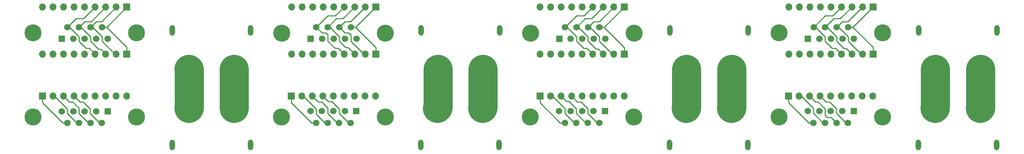
<source format=gbr>
%TF.GenerationSoftware,KiCad,Pcbnew,6.0.2+dfsg-1*%
%TF.CreationDate,2024-03-03T02:30:21+01:00*%
%TF.ProjectId,RACK_CONNECTOR_V2,5241434b-5f43-44f4-9e4e-4543544f525f,rev?*%
%TF.SameCoordinates,Original*%
%TF.FileFunction,Copper,L2,Bot*%
%TF.FilePolarity,Positive*%
%FSLAX46Y46*%
G04 Gerber Fmt 4.6, Leading zero omitted, Abs format (unit mm)*
G04 Created by KiCad (PCBNEW 6.0.2+dfsg-1) date 2024-03-03 02:30:21*
%MOMM*%
%LPD*%
G01*
G04 APERTURE LIST*
%TA.AperFunction,ComponentPad*%
%ADD10R,1.700000X1.700000*%
%TD*%
%TA.AperFunction,ComponentPad*%
%ADD11O,1.700000X1.700000*%
%TD*%
%TA.AperFunction,ComponentPad*%
%ADD12C,4.916000*%
%TD*%
%TA.AperFunction,ComponentPad*%
%ADD13R,4.916000X4.916000*%
%TD*%
%TA.AperFunction,ComponentPad*%
%ADD14O,1.300000X2.600000*%
%TD*%
%TA.AperFunction,ComponentPad*%
%ADD15R,1.575000X1.575000*%
%TD*%
%TA.AperFunction,ComponentPad*%
%ADD16C,1.575000*%
%TD*%
%TA.AperFunction,ComponentPad*%
%ADD17C,4.116000*%
%TD*%
%TA.AperFunction,Conductor*%
%ADD18C,7.000000*%
%TD*%
%TA.AperFunction,Conductor*%
%ADD19C,0.250000*%
%TD*%
G04 APERTURE END LIST*
D10*
%TO.P,J28,1,Pin_1*%
%TO.N,Net-(J12-Pad1)*%
X57460000Y-83150000D03*
D11*
%TO.P,J28,2,Pin_2*%
%TO.N,Net-(J12-Pad2)*%
X54920000Y-83150000D03*
%TO.P,J28,3,Pin_3*%
%TO.N,Net-(J12-Pad3)*%
X52380000Y-83150000D03*
%TO.P,J28,4,Pin_4*%
%TO.N,Net-(J12-Pad4)*%
X49840000Y-83150000D03*
%TO.P,J28,5,Pin_5*%
%TO.N,Net-(J12-Pad5)*%
X47300000Y-83150000D03*
%TO.P,J28,6,Pin_6*%
%TO.N,Net-(J12-Pad6)*%
X44760000Y-83150000D03*
%TO.P,J28,7,Pin_7*%
%TO.N,Net-(J12-Pad7)*%
X42220000Y-83150000D03*
%TO.P,J28,8,Pin_8*%
%TO.N,Net-(J12-Pad8)*%
X39680000Y-83150000D03*
%TO.P,J28,9,Pin_9*%
%TO.N,Net-(J12-Pad9)*%
X37140000Y-83150000D03*
%TD*%
%TO.P,J27,9,Pin_9*%
%TO.N,Net-(J11-Pad9)*%
X217170000Y-83140000D03*
%TO.P,J27,8,Pin_8*%
%TO.N,Net-(J11-Pad8)*%
X219710000Y-83140000D03*
%TO.P,J27,7,Pin_7*%
%TO.N,Net-(J11-Pad7)*%
X222250000Y-83140000D03*
%TO.P,J27,6,Pin_6*%
%TO.N,Net-(J11-Pad6)*%
X224790000Y-83140000D03*
%TO.P,J27,5,Pin_5*%
%TO.N,Net-(J11-Pad5)*%
X227330000Y-83140000D03*
%TO.P,J27,4,Pin_4*%
%TO.N,Net-(J11-Pad4)*%
X229870000Y-83140000D03*
%TO.P,J27,3,Pin_3*%
%TO.N,Net-(J11-Pad3)*%
X232410000Y-83140000D03*
%TO.P,J27,2,Pin_2*%
%TO.N,Net-(J11-Pad2)*%
X234950000Y-83140000D03*
D10*
%TO.P,J27,1,Pin_1*%
%TO.N,Net-(J11-Pad1)*%
X237490000Y-83140000D03*
%TD*%
%TO.P,J26,1,Pin_1*%
%TO.N,Net-(J10-Pad1)*%
X117500000Y-83150000D03*
D11*
%TO.P,J26,2,Pin_2*%
%TO.N,Net-(J10-Pad2)*%
X114960000Y-83150000D03*
%TO.P,J26,3,Pin_3*%
%TO.N,Net-(J10-Pad3)*%
X112420000Y-83150000D03*
%TO.P,J26,4,Pin_4*%
%TO.N,Net-(J10-Pad4)*%
X109880000Y-83150000D03*
%TO.P,J26,5,Pin_5*%
%TO.N,Net-(J10-Pad5)*%
X107340000Y-83150000D03*
%TO.P,J26,6,Pin_6*%
%TO.N,Net-(J10-Pad6)*%
X104800000Y-83150000D03*
%TO.P,J26,7,Pin_7*%
%TO.N,Net-(J10-Pad7)*%
X102260000Y-83150000D03*
%TO.P,J26,8,Pin_8*%
%TO.N,Net-(J10-Pad8)*%
X99720000Y-83150000D03*
%TO.P,J26,9,Pin_9*%
%TO.N,Net-(J10-Pad9)*%
X97180000Y-83150000D03*
%TD*%
D10*
%TO.P,J25,1,Pin_1*%
%TO.N,Net-(J13-Pad9)*%
X177500000Y-83150000D03*
D11*
%TO.P,J25,2,Pin_2*%
%TO.N,Net-(J13-Pad8)*%
X174960000Y-83150000D03*
%TO.P,J25,3,Pin_3*%
%TO.N,Net-(J13-Pad7)*%
X172420000Y-83150000D03*
%TO.P,J25,4,Pin_4*%
%TO.N,Net-(J13-Pad6)*%
X169880000Y-83150000D03*
%TO.P,J25,5,Pin_5*%
%TO.N,Net-(J13-Pad5)*%
X167340000Y-83150000D03*
%TO.P,J25,6,Pin_6*%
%TO.N,Net-(J13-Pad4)*%
X164800000Y-83150000D03*
%TO.P,J25,7,Pin_7*%
%TO.N,Net-(J13-Pad3)*%
X162260000Y-83150000D03*
%TO.P,J25,8,Pin_8*%
%TO.N,Net-(J13-Pad2)*%
X159720000Y-83150000D03*
%TO.P,J25,9,Pin_9*%
%TO.N,Net-(J13-Pad1)*%
X157180000Y-83150000D03*
%TD*%
D12*
%TO.P,J24,N,NEG*%
%TO.N,Net-(J20-PadN)*%
X72450000Y-98200000D03*
D13*
%TO.P,J24,P,POS*%
%TO.N,Net-(J20-PadP)*%
X83350000Y-98200000D03*
D14*
%TO.P,J24,S1*%
%TO.N,N/C*%
X87350000Y-88800000D03*
%TO.P,J24,S2*%
X68450000Y-88800000D03*
%TD*%
%TO.P,J23,S2*%
%TO.N,N/C*%
X128490000Y-88820000D03*
%TO.P,J23,S1*%
X147390000Y-88820000D03*
D13*
%TO.P,J23,P,POS*%
%TO.N,Net-(J19-PadP)*%
X143390000Y-98220000D03*
D12*
%TO.P,J23,N,NEG*%
%TO.N,Net-(J19-PadN)*%
X132490000Y-98220000D03*
%TD*%
D14*
%TO.P,J22,S2*%
%TO.N,N/C*%
X188480000Y-88830000D03*
%TO.P,J22,S1*%
X207380000Y-88830000D03*
D13*
%TO.P,J22,P,POS*%
%TO.N,Net-(J18-PadP)*%
X203380000Y-98230000D03*
D12*
%TO.P,J22,N,NEG*%
%TO.N,Net-(J18-PadN)*%
X192480000Y-98230000D03*
%TD*%
D14*
%TO.P,J21,S2*%
%TO.N,N/C*%
X248500000Y-88820000D03*
%TO.P,J21,S1*%
X267400000Y-88820000D03*
D13*
%TO.P,J21,P,POS*%
%TO.N,Net-(J17-PadP)*%
X263400000Y-98220000D03*
D12*
%TO.P,J21,N,NEG*%
%TO.N,Net-(J17-PadN)*%
X252500000Y-98220000D03*
%TD*%
D14*
%TO.P,J20,S2*%
%TO.N,N/C*%
X68400000Y-116580000D03*
%TO.P,J20,S1*%
X87300000Y-116580000D03*
D13*
%TO.P,J20,P,POS*%
%TO.N,Net-(J20-PadP)*%
X83300000Y-107680000D03*
D12*
%TO.P,J20,N,NEG*%
%TO.N,Net-(J20-PadN)*%
X72400000Y-107680000D03*
%TD*%
D14*
%TO.P,J19,S2*%
%TO.N,N/C*%
X128370000Y-116580000D03*
%TO.P,J19,S1*%
X147270000Y-116580000D03*
D13*
%TO.P,J19,P,POS*%
%TO.N,Net-(J19-PadP)*%
X143270000Y-107680000D03*
D12*
%TO.P,J19,N,NEG*%
%TO.N,Net-(J19-PadN)*%
X132370000Y-107680000D03*
%TD*%
D14*
%TO.P,J18,S2*%
%TO.N,N/C*%
X188410000Y-116590000D03*
%TO.P,J18,S1*%
X207310000Y-116590000D03*
D13*
%TO.P,J18,P,POS*%
%TO.N,Net-(J18-PadP)*%
X203310000Y-107690000D03*
D12*
%TO.P,J18,N,NEG*%
%TO.N,Net-(J18-PadN)*%
X192410000Y-107690000D03*
%TD*%
D14*
%TO.P,J17,S2*%
%TO.N,N/C*%
X248410000Y-116580000D03*
%TO.P,J17,S1*%
X267310000Y-116580000D03*
D13*
%TO.P,J17,P,POS*%
%TO.N,Net-(J17-PadP)*%
X263310000Y-107680000D03*
D12*
%TO.P,J17,N,NEG*%
%TO.N,Net-(J17-PadN)*%
X252410000Y-107680000D03*
%TD*%
D15*
%TO.P,J16,1,1*%
%TO.N,Net-(J12-Pad9)*%
X41765000Y-90860000D03*
D16*
%TO.P,J16,2,2*%
%TO.N,Net-(J12-Pad8)*%
X44535000Y-90860000D03*
%TO.P,J16,3,3*%
%TO.N,Net-(J12-Pad7)*%
X47305000Y-90860000D03*
%TO.P,J16,4,4*%
%TO.N,Net-(J12-Pad6)*%
X50075000Y-90860000D03*
%TO.P,J16,5,5*%
%TO.N,Net-(J12-Pad5)*%
X52845000Y-90860000D03*
%TO.P,J16,6,6*%
%TO.N,Net-(J12-Pad4)*%
X43150000Y-88020000D03*
%TO.P,J16,7,7*%
%TO.N,Net-(J12-Pad3)*%
X45920000Y-88020000D03*
%TO.P,J16,8,8*%
%TO.N,Net-(J12-Pad2)*%
X48690000Y-88020000D03*
%TO.P,J16,9,9*%
%TO.N,Net-(J12-Pad1)*%
X51460000Y-88020000D03*
D17*
%TO.P,J16,S1*%
%TO.N,N/C*%
X59800000Y-89440000D03*
%TO.P,J16,S2*%
X34810000Y-89440000D03*
%TD*%
%TO.P,J15,S2*%
%TO.N,N/C*%
X214845000Y-89440000D03*
%TO.P,J15,S1*%
X239835000Y-89440000D03*
D16*
%TO.P,J15,9,9*%
%TO.N,Net-(J11-Pad1)*%
X231495000Y-88020000D03*
%TO.P,J15,8,8*%
%TO.N,Net-(J11-Pad2)*%
X228725000Y-88020000D03*
%TO.P,J15,7,7*%
%TO.N,Net-(J11-Pad3)*%
X225955000Y-88020000D03*
%TO.P,J15,6,6*%
%TO.N,Net-(J11-Pad4)*%
X223185000Y-88020000D03*
%TO.P,J15,5,5*%
%TO.N,Net-(J11-Pad5)*%
X232880000Y-90860000D03*
%TO.P,J15,4,4*%
%TO.N,Net-(J11-Pad6)*%
X230110000Y-90860000D03*
%TO.P,J15,3,3*%
%TO.N,Net-(J11-Pad7)*%
X227340000Y-90860000D03*
%TO.P,J15,2,2*%
%TO.N,Net-(J11-Pad8)*%
X224570000Y-90860000D03*
D15*
%TO.P,J15,1,1*%
%TO.N,Net-(J11-Pad9)*%
X221800000Y-90860000D03*
%TD*%
D17*
%TO.P,J14,S2*%
%TO.N,N/C*%
X94845000Y-89450000D03*
%TO.P,J14,S1*%
X119835000Y-89450000D03*
D16*
%TO.P,J14,9,9*%
%TO.N,Net-(J10-Pad1)*%
X111495000Y-88030000D03*
%TO.P,J14,8,8*%
%TO.N,Net-(J10-Pad2)*%
X108725000Y-88030000D03*
%TO.P,J14,7,7*%
%TO.N,Net-(J10-Pad3)*%
X105955000Y-88030000D03*
%TO.P,J14,6,6*%
%TO.N,Net-(J10-Pad4)*%
X103185000Y-88030000D03*
%TO.P,J14,5,5*%
%TO.N,Net-(J10-Pad5)*%
X112880000Y-90870000D03*
%TO.P,J14,4,4*%
%TO.N,Net-(J10-Pad6)*%
X110110000Y-90870000D03*
%TO.P,J14,3,3*%
%TO.N,Net-(J10-Pad7)*%
X107340000Y-90870000D03*
%TO.P,J14,2,2*%
%TO.N,Net-(J10-Pad8)*%
X104570000Y-90870000D03*
D15*
%TO.P,J14,1,1*%
%TO.N,Net-(J10-Pad9)*%
X101800000Y-90870000D03*
%TD*%
D17*
%TO.P,J13,S2*%
%TO.N,N/C*%
X154845000Y-89450000D03*
%TO.P,J13,S1*%
X179835000Y-89450000D03*
D16*
%TO.P,J13,9,9*%
%TO.N,Net-(J13-Pad9)*%
X171495000Y-88030000D03*
%TO.P,J13,8,8*%
%TO.N,Net-(J13-Pad8)*%
X168725000Y-88030000D03*
%TO.P,J13,7,7*%
%TO.N,Net-(J13-Pad7)*%
X165955000Y-88030000D03*
%TO.P,J13,6,6*%
%TO.N,Net-(J13-Pad6)*%
X163185000Y-88030000D03*
%TO.P,J13,5,5*%
%TO.N,Net-(J13-Pad5)*%
X172880000Y-90870000D03*
%TO.P,J13,4,4*%
%TO.N,Net-(J13-Pad4)*%
X170110000Y-90870000D03*
%TO.P,J13,3,3*%
%TO.N,Net-(J13-Pad3)*%
X167340000Y-90870000D03*
%TO.P,J13,2,2*%
%TO.N,Net-(J13-Pad2)*%
X164570000Y-90870000D03*
D15*
%TO.P,J13,1,1*%
%TO.N,Net-(J13-Pad1)*%
X161800000Y-90870000D03*
%TD*%
D11*
%TO.P,J12,9,Pin_9*%
%TO.N,Net-(J12-Pad9)*%
X37140000Y-94540000D03*
%TO.P,J12,8,Pin_8*%
%TO.N,Net-(J12-Pad8)*%
X39680000Y-94540000D03*
%TO.P,J12,7,Pin_7*%
%TO.N,Net-(J12-Pad7)*%
X42220000Y-94540000D03*
%TO.P,J12,6,Pin_6*%
%TO.N,Net-(J12-Pad6)*%
X44760000Y-94540000D03*
%TO.P,J12,5,Pin_5*%
%TO.N,Net-(J12-Pad5)*%
X47300000Y-94540000D03*
%TO.P,J12,4,Pin_4*%
%TO.N,Net-(J12-Pad4)*%
X49840000Y-94540000D03*
%TO.P,J12,3,Pin_3*%
%TO.N,Net-(J12-Pad3)*%
X52380000Y-94540000D03*
%TO.P,J12,2,Pin_2*%
%TO.N,Net-(J12-Pad2)*%
X54920000Y-94540000D03*
D10*
%TO.P,J12,1,Pin_1*%
%TO.N,Net-(J12-Pad1)*%
X57460000Y-94540000D03*
%TD*%
%TO.P,J11,1,Pin_1*%
%TO.N,Net-(J11-Pad1)*%
X237500000Y-94550000D03*
D11*
%TO.P,J11,2,Pin_2*%
%TO.N,Net-(J11-Pad2)*%
X234960000Y-94550000D03*
%TO.P,J11,3,Pin_3*%
%TO.N,Net-(J11-Pad3)*%
X232420000Y-94550000D03*
%TO.P,J11,4,Pin_4*%
%TO.N,Net-(J11-Pad4)*%
X229880000Y-94550000D03*
%TO.P,J11,5,Pin_5*%
%TO.N,Net-(J11-Pad5)*%
X227340000Y-94550000D03*
%TO.P,J11,6,Pin_6*%
%TO.N,Net-(J11-Pad6)*%
X224800000Y-94550000D03*
%TO.P,J11,7,Pin_7*%
%TO.N,Net-(J11-Pad7)*%
X222260000Y-94550000D03*
%TO.P,J11,8,Pin_8*%
%TO.N,Net-(J11-Pad8)*%
X219720000Y-94550000D03*
%TO.P,J11,9,Pin_9*%
%TO.N,Net-(J11-Pad9)*%
X217180000Y-94550000D03*
%TD*%
%TO.P,J10,9,Pin_9*%
%TO.N,Net-(J10-Pad9)*%
X97180000Y-94560000D03*
%TO.P,J10,8,Pin_8*%
%TO.N,Net-(J10-Pad8)*%
X99720000Y-94560000D03*
%TO.P,J10,7,Pin_7*%
%TO.N,Net-(J10-Pad7)*%
X102260000Y-94560000D03*
%TO.P,J10,6,Pin_6*%
%TO.N,Net-(J10-Pad6)*%
X104800000Y-94560000D03*
%TO.P,J10,5,Pin_5*%
%TO.N,Net-(J10-Pad5)*%
X107340000Y-94560000D03*
%TO.P,J10,4,Pin_4*%
%TO.N,Net-(J10-Pad4)*%
X109880000Y-94560000D03*
%TO.P,J10,3,Pin_3*%
%TO.N,Net-(J10-Pad3)*%
X112420000Y-94560000D03*
%TO.P,J10,2,Pin_2*%
%TO.N,Net-(J10-Pad2)*%
X114960000Y-94560000D03*
D10*
%TO.P,J10,1,Pin_1*%
%TO.N,Net-(J10-Pad1)*%
X117500000Y-94560000D03*
%TD*%
D11*
%TO.P,J9,9,Pin_9*%
%TO.N,Net-(J13-Pad1)*%
X157180000Y-94550000D03*
%TO.P,J9,8,Pin_8*%
%TO.N,Net-(J13-Pad2)*%
X159720000Y-94550000D03*
%TO.P,J9,7,Pin_7*%
%TO.N,Net-(J13-Pad3)*%
X162260000Y-94550000D03*
%TO.P,J9,6,Pin_6*%
%TO.N,Net-(J13-Pad4)*%
X164800000Y-94550000D03*
%TO.P,J9,5,Pin_5*%
%TO.N,Net-(J13-Pad5)*%
X167340000Y-94550000D03*
%TO.P,J9,4,Pin_4*%
%TO.N,Net-(J13-Pad6)*%
X169880000Y-94550000D03*
%TO.P,J9,3,Pin_3*%
%TO.N,Net-(J13-Pad7)*%
X172420000Y-94550000D03*
%TO.P,J9,2,Pin_2*%
%TO.N,Net-(J13-Pad8)*%
X174960000Y-94550000D03*
D10*
%TO.P,J9,1,Pin_1*%
%TO.N,Net-(J13-Pad9)*%
X177500000Y-94550000D03*
%TD*%
D11*
%TO.P,J8,9,Pin_9*%
%TO.N,Net-(J4-Pad1)*%
X117450000Y-104720000D03*
%TO.P,J8,8,Pin_8*%
%TO.N,Net-(J4-Pad2)*%
X114910000Y-104720000D03*
%TO.P,J8,7,Pin_7*%
%TO.N,Net-(J4-Pad3)*%
X112370000Y-104720000D03*
%TO.P,J8,6,Pin_6*%
%TO.N,Net-(J4-Pad4)*%
X109830000Y-104720000D03*
%TO.P,J8,5,Pin_5*%
%TO.N,Net-(J4-Pad5)*%
X107290000Y-104720000D03*
%TO.P,J8,4,Pin_4*%
%TO.N,Net-(J4-Pad6)*%
X104750000Y-104720000D03*
%TO.P,J8,3,Pin_3*%
%TO.N,Net-(J4-Pad7)*%
X102210000Y-104720000D03*
%TO.P,J8,2,Pin_2*%
%TO.N,Net-(J4-Pad8)*%
X99670000Y-104720000D03*
D10*
%TO.P,J8,1,Pin_1*%
%TO.N,Net-(J4-Pad9)*%
X97130000Y-104720000D03*
%TD*%
D11*
%TO.P,J7,9,Pin_9*%
%TO.N,Net-(J3-Pad1)*%
X177450000Y-104710000D03*
%TO.P,J7,8,Pin_8*%
%TO.N,Net-(J3-Pad2)*%
X174910000Y-104710000D03*
%TO.P,J7,7,Pin_7*%
%TO.N,Net-(J3-Pad3)*%
X172370000Y-104710000D03*
%TO.P,J7,6,Pin_6*%
%TO.N,Net-(J3-Pad4)*%
X169830000Y-104710000D03*
%TO.P,J7,5,Pin_5*%
%TO.N,Net-(J3-Pad5)*%
X167290000Y-104710000D03*
%TO.P,J7,4,Pin_4*%
%TO.N,Net-(J3-Pad6)*%
X164750000Y-104710000D03*
%TO.P,J7,3,Pin_3*%
%TO.N,Net-(J3-Pad7)*%
X162210000Y-104710000D03*
%TO.P,J7,2,Pin_2*%
%TO.N,Net-(J3-Pad8)*%
X159670000Y-104710000D03*
D10*
%TO.P,J7,1,Pin_1*%
%TO.N,Net-(J3-Pad9)*%
X157130000Y-104710000D03*
%TD*%
D11*
%TO.P,J6,9,Pin_9*%
%TO.N,Net-(J2-Pad1)*%
X237450000Y-104720000D03*
%TO.P,J6,8,Pin_8*%
%TO.N,Net-(J2-Pad2)*%
X234910000Y-104720000D03*
%TO.P,J6,7,Pin_7*%
%TO.N,Net-(J2-Pad3)*%
X232370000Y-104720000D03*
%TO.P,J6,6,Pin_6*%
%TO.N,Net-(J2-Pad4)*%
X229830000Y-104720000D03*
%TO.P,J6,5,Pin_5*%
%TO.N,Net-(J2-Pad5)*%
X227290000Y-104720000D03*
%TO.P,J6,4,Pin_4*%
%TO.N,Net-(J2-Pad6)*%
X224750000Y-104720000D03*
%TO.P,J6,3,Pin_3*%
%TO.N,Net-(J2-Pad7)*%
X222210000Y-104720000D03*
%TO.P,J6,2,Pin_2*%
%TO.N,Net-(J2-Pad8)*%
X219670000Y-104720000D03*
D10*
%TO.P,J6,1,Pin_1*%
%TO.N,Net-(J2-Pad9)*%
X217130000Y-104720000D03*
%TD*%
D11*
%TO.P,J5,9,Pin_9*%
%TO.N,Net-(J1-Pad1)*%
X57450000Y-104740000D03*
%TO.P,J5,8,Pin_8*%
%TO.N,Net-(J1-Pad2)*%
X54910000Y-104740000D03*
%TO.P,J5,7,Pin_7*%
%TO.N,Net-(J1-Pad3)*%
X52370000Y-104740000D03*
%TO.P,J5,6,Pin_6*%
%TO.N,Net-(J1-Pad4)*%
X49830000Y-104740000D03*
%TO.P,J5,5,Pin_5*%
%TO.N,Net-(J1-Pad5)*%
X47290000Y-104740000D03*
%TO.P,J5,4,Pin_4*%
%TO.N,Net-(J1-Pad6)*%
X44750000Y-104740000D03*
%TO.P,J5,3,Pin_3*%
%TO.N,Net-(J1-Pad7)*%
X42210000Y-104740000D03*
%TO.P,J5,2,Pin_2*%
%TO.N,Net-(J1-Pad8)*%
X39670000Y-104740000D03*
D10*
%TO.P,J5,1,Pin_1*%
%TO.N,Net-(J1-Pad9)*%
X37130000Y-104740000D03*
%TD*%
D17*
%TO.P,J4,S2*%
%TO.N,N/C*%
X119795000Y-109800000D03*
%TO.P,J4,S1*%
X94805000Y-109800000D03*
D16*
%TO.P,J4,9,9*%
%TO.N,Net-(J4-Pad9)*%
X103145000Y-111220000D03*
%TO.P,J4,8,8*%
%TO.N,Net-(J4-Pad8)*%
X105915000Y-111220000D03*
%TO.P,J4,7,7*%
%TO.N,Net-(J4-Pad7)*%
X108685000Y-111220000D03*
%TO.P,J4,6,6*%
%TO.N,Net-(J4-Pad6)*%
X111455000Y-111220000D03*
%TO.P,J4,5,5*%
%TO.N,Net-(J4-Pad5)*%
X101760000Y-108380000D03*
%TO.P,J4,4,4*%
%TO.N,Net-(J4-Pad4)*%
X104530000Y-108380000D03*
%TO.P,J4,3,3*%
%TO.N,Net-(J4-Pad3)*%
X107300000Y-108380000D03*
%TO.P,J4,2,2*%
%TO.N,Net-(J4-Pad2)*%
X110070000Y-108380000D03*
D15*
%TO.P,J4,1,1*%
%TO.N,Net-(J4-Pad1)*%
X112840000Y-108380000D03*
%TD*%
%TO.P,J3,1,1*%
%TO.N,Net-(J3-Pad1)*%
X172840000Y-108380000D03*
D16*
%TO.P,J3,2,2*%
%TO.N,Net-(J3-Pad2)*%
X170070000Y-108380000D03*
%TO.P,J3,3,3*%
%TO.N,Net-(J3-Pad3)*%
X167300000Y-108380000D03*
%TO.P,J3,4,4*%
%TO.N,Net-(J3-Pad4)*%
X164530000Y-108380000D03*
%TO.P,J3,5,5*%
%TO.N,Net-(J3-Pad5)*%
X161760000Y-108380000D03*
%TO.P,J3,6,6*%
%TO.N,Net-(J3-Pad6)*%
X171455000Y-111220000D03*
%TO.P,J3,7,7*%
%TO.N,Net-(J3-Pad7)*%
X168685000Y-111220000D03*
%TO.P,J3,8,8*%
%TO.N,Net-(J3-Pad8)*%
X165915000Y-111220000D03*
%TO.P,J3,9,9*%
%TO.N,Net-(J3-Pad9)*%
X163145000Y-111220000D03*
D17*
%TO.P,J3,S1*%
%TO.N,N/C*%
X154805000Y-109800000D03*
%TO.P,J3,S2*%
X179795000Y-109800000D03*
%TD*%
%TO.P,J2,S2*%
%TO.N,N/C*%
X239795000Y-109800000D03*
%TO.P,J2,S1*%
X214805000Y-109800000D03*
D16*
%TO.P,J2,9,9*%
%TO.N,Net-(J2-Pad9)*%
X223145000Y-111220000D03*
%TO.P,J2,8,8*%
%TO.N,Net-(J2-Pad8)*%
X225915000Y-111220000D03*
%TO.P,J2,7,7*%
%TO.N,Net-(J2-Pad7)*%
X228685000Y-111220000D03*
%TO.P,J2,6,6*%
%TO.N,Net-(J2-Pad6)*%
X231455000Y-111220000D03*
%TO.P,J2,5,5*%
%TO.N,Net-(J2-Pad5)*%
X221760000Y-108380000D03*
%TO.P,J2,4,4*%
%TO.N,Net-(J2-Pad4)*%
X224530000Y-108380000D03*
%TO.P,J2,3,3*%
%TO.N,Net-(J2-Pad3)*%
X227300000Y-108380000D03*
%TO.P,J2,2,2*%
%TO.N,Net-(J2-Pad2)*%
X230070000Y-108380000D03*
D15*
%TO.P,J2,1,1*%
%TO.N,Net-(J2-Pad1)*%
X232840000Y-108380000D03*
%TD*%
D17*
%TO.P,J1,S2*%
%TO.N,N/C*%
X59795000Y-109830000D03*
%TO.P,J1,S1*%
X34805000Y-109830000D03*
D16*
%TO.P,J1,9,9*%
%TO.N,Net-(J1-Pad9)*%
X43145000Y-111250000D03*
%TO.P,J1,8,8*%
%TO.N,Net-(J1-Pad8)*%
X45915000Y-111250000D03*
%TO.P,J1,7,7*%
%TO.N,Net-(J1-Pad7)*%
X48685000Y-111250000D03*
%TO.P,J1,6,6*%
%TO.N,Net-(J1-Pad6)*%
X51455000Y-111250000D03*
%TO.P,J1,5,5*%
%TO.N,Net-(J1-Pad5)*%
X41760000Y-108410000D03*
%TO.P,J1,4,4*%
%TO.N,Net-(J1-Pad4)*%
X44530000Y-108410000D03*
%TO.P,J1,3,3*%
%TO.N,Net-(J1-Pad3)*%
X47300000Y-108410000D03*
%TO.P,J1,2,2*%
%TO.N,Net-(J1-Pad2)*%
X50070000Y-108410000D03*
D15*
%TO.P,J1,1,1*%
%TO.N,Net-(J1-Pad1)*%
X52840000Y-108410000D03*
%TD*%
D18*
%TO.N,Net-(J20-PadN)*%
X72450000Y-98200000D02*
X72510000Y-98260000D01*
X72510000Y-98260000D02*
X72510000Y-107570000D01*
X72510000Y-107570000D02*
X72400000Y-107680000D01*
%TO.N,Net-(J20-PadP)*%
X83350000Y-107630000D02*
X83300000Y-107680000D01*
X83350000Y-98200000D02*
X83350000Y-107630000D01*
%TO.N,Net-(J19-PadN)*%
X132490000Y-107560000D02*
X132370000Y-107680000D01*
X132490000Y-98220000D02*
X132490000Y-107560000D01*
%TO.N,Net-(J19-PadP)*%
X143390000Y-107560000D02*
X143270000Y-107680000D01*
X143390000Y-98220000D02*
X143390000Y-107560000D01*
%TO.N,Net-(J18-PadP)*%
X203380000Y-107620000D02*
X203310000Y-107690000D01*
X203380000Y-98230000D02*
X203380000Y-107620000D01*
%TO.N,Net-(J18-PadN)*%
X192480000Y-107620000D02*
X192410000Y-107690000D01*
X192480000Y-98230000D02*
X192480000Y-107620000D01*
%TO.N,Net-(J17-PadN)*%
X252500000Y-107590000D02*
X252410000Y-107680000D01*
X252500000Y-98220000D02*
X252500000Y-107590000D01*
%TO.N,Net-(J17-PadP)*%
X263400000Y-107590000D02*
X263310000Y-107680000D01*
X263400000Y-98220000D02*
X263400000Y-107590000D01*
D19*
%TO.N,Net-(J11-Pad4)*%
X223185000Y-88020000D02*
X225946051Y-85258949D01*
X225946051Y-85258949D02*
X227751051Y-85258949D01*
X227751051Y-85258949D02*
X229870000Y-83140000D01*
%TO.N,Net-(J11-Pad3)*%
X225955000Y-88020000D02*
X228016531Y-85958469D01*
X228016531Y-85958469D02*
X229591531Y-85958469D01*
X229591531Y-85958469D02*
X232410000Y-83140000D01*
%TO.N,Net-(J11-Pad2)*%
X228725000Y-88020000D02*
X230087011Y-86657989D01*
X230087011Y-86657989D02*
X231432011Y-86657989D01*
X231432011Y-86657989D02*
X234950000Y-83140000D01*
%TO.N,Net-(J11-Pad1)*%
X231495000Y-88020000D02*
X232610000Y-88020000D01*
X232610000Y-88020000D02*
X237490000Y-83140000D01*
%TO.N,Net-(J13-Pad6)*%
X163185000Y-88030000D02*
X165946050Y-85268950D01*
X165946050Y-85268950D02*
X167761050Y-85268950D01*
X167761050Y-85268950D02*
X169880000Y-83150000D01*
%TO.N,Net-(J13-Pad7)*%
X165955000Y-88030000D02*
X168016530Y-85968470D01*
X168016530Y-85968470D02*
X169601530Y-85968470D01*
X169601530Y-85968470D02*
X172420000Y-83150000D01*
%TO.N,Net-(J13-Pad8)*%
X168725000Y-88030000D02*
X170087011Y-86667989D01*
X170087011Y-86667989D02*
X171442011Y-86667989D01*
X171442011Y-86667989D02*
X174960000Y-83150000D01*
%TO.N,Net-(J13-Pad9)*%
X171495000Y-88030000D02*
X172620000Y-88030000D01*
X172620000Y-88030000D02*
X177500000Y-83150000D01*
%TO.N,Net-(J10-Pad4)*%
X103185000Y-88030000D02*
X105946049Y-85268951D01*
X105946049Y-85268951D02*
X107761049Y-85268951D01*
X107761049Y-85268951D02*
X109880000Y-83150000D01*
%TO.N,Net-(J10-Pad3)*%
X105955000Y-88030000D02*
X108016530Y-85968470D01*
X108016530Y-85968470D02*
X109601530Y-85968470D01*
X109601530Y-85968470D02*
X112420000Y-83150000D01*
%TO.N,Net-(J10-Pad2)*%
X108725000Y-88030000D02*
X110087011Y-86667989D01*
X110087011Y-86667989D02*
X111442011Y-86667989D01*
X111442011Y-86667989D02*
X114960000Y-83150000D01*
%TO.N,Net-(J10-Pad1)*%
X111495000Y-88030000D02*
X112620000Y-88030000D01*
X112620000Y-88030000D02*
X117500000Y-83150000D01*
%TO.N,Net-(J12-Pad4)*%
X43150000Y-88020000D02*
X45211530Y-85958470D01*
X45211530Y-85958470D02*
X47031530Y-85958470D01*
X47031530Y-85958470D02*
X49840000Y-83150000D01*
%TO.N,Net-(J12-Pad3)*%
X45920000Y-88020000D02*
X47282011Y-86657989D01*
X47282011Y-86657989D02*
X48872011Y-86657989D01*
X48872011Y-86657989D02*
X52380000Y-83150000D01*
%TO.N,Net-(J12-Pad2)*%
X48690000Y-88020000D02*
X50052011Y-86657989D01*
X50052011Y-86657989D02*
X51412011Y-86657989D01*
X51412011Y-86657989D02*
X54920000Y-83150000D01*
%TO.N,Net-(J12-Pad1)*%
X51460000Y-88020000D02*
X52590000Y-88020000D01*
X52590000Y-88020000D02*
X57460000Y-83150000D01*
%TO.N,Net-(J10-Pad1)*%
X111495000Y-88030000D02*
X112608693Y-88030000D01*
X112608693Y-88030000D02*
X117500000Y-92921307D01*
X117500000Y-92921307D02*
X117500000Y-94560000D01*
%TO.N,Net-(J10-Pad2)*%
X108725000Y-88030000D02*
X110087011Y-89392011D01*
X110087011Y-89392011D02*
X110982011Y-89392011D01*
X114643824Y-94560000D02*
X114960000Y-94560000D01*
X110982011Y-89392011D02*
X111517989Y-89927989D01*
X111517989Y-89927989D02*
X111517989Y-91434165D01*
X111517989Y-91434165D02*
X114643824Y-94560000D01*
%TO.N,Net-(J10-Pad3)*%
X105955000Y-88030000D02*
X106426176Y-88030000D01*
X106426176Y-88030000D02*
X108702011Y-90305835D01*
X108702011Y-90305835D02*
X108702011Y-91392011D01*
X110290000Y-92980000D02*
X110840000Y-92980000D01*
X108702011Y-91392011D02*
X110290000Y-92980000D01*
X110840000Y-92980000D02*
X112420000Y-94560000D01*
%TO.N,Net-(J10-Pad4)*%
X103185000Y-88030000D02*
X104547011Y-89392011D01*
X105522011Y-89392011D02*
X105977989Y-89847989D01*
X104547011Y-89392011D02*
X105522011Y-89392011D01*
X105977989Y-89847989D02*
X105977989Y-91434165D01*
X105977989Y-91434165D02*
X107679313Y-93135489D01*
X108455489Y-93135489D02*
X109880000Y-94560000D01*
X107679313Y-93135489D02*
X108455489Y-93135489D01*
%TO.N,Net-(J13-Pad9)*%
X171495000Y-88030000D02*
X172608693Y-88030000D01*
X172608693Y-88030000D02*
X177500000Y-92921307D01*
X177500000Y-92921307D02*
X177500000Y-94550000D01*
%TO.N,Net-(J13-Pad8)*%
X168725000Y-88030000D02*
X169196176Y-88030000D01*
X171472011Y-91412011D02*
X174610000Y-94550000D01*
X174610000Y-94550000D02*
X174960000Y-94550000D01*
X169196176Y-88030000D02*
X171472011Y-90305835D01*
X171472011Y-90305835D02*
X171472011Y-91412011D01*
%TO.N,Net-(J13-Pad7)*%
X165955000Y-88030000D02*
X166426176Y-88030000D01*
X166426176Y-88030000D02*
X168702011Y-90305835D01*
X171200000Y-93330000D02*
X172420000Y-94550000D01*
X168702011Y-90305835D02*
X168702011Y-91388187D01*
X168702011Y-91388187D02*
X170643824Y-93330000D01*
X170643824Y-93330000D02*
X171200000Y-93330000D01*
%TO.N,Net-(J13-Pad6)*%
X163185000Y-88030000D02*
X163702154Y-88030000D01*
X165977989Y-90305835D02*
X165977989Y-91434165D01*
X163702154Y-88030000D02*
X165977989Y-90305835D01*
X165977989Y-91434165D02*
X167669313Y-93125489D01*
X167669313Y-93125489D02*
X168455489Y-93125489D01*
X168455489Y-93125489D02*
X169880000Y-94550000D01*
%TO.N,Net-(J11-Pad1)*%
X231495000Y-88020000D02*
X232608693Y-88020000D01*
X232608693Y-88020000D02*
X237500000Y-92911307D01*
X237500000Y-92911307D02*
X237500000Y-94550000D01*
%TO.N,Net-(J11-Pad2)*%
X228725000Y-88020000D02*
X229196176Y-88020000D01*
X229196176Y-88020000D02*
X231472011Y-90295835D01*
X231472011Y-91412011D02*
X234610000Y-94550000D01*
X231472011Y-90295835D02*
X231472011Y-91412011D01*
X234610000Y-94550000D02*
X234960000Y-94550000D01*
%TO.N,Net-(J11-Pad3)*%
X225955000Y-88020000D02*
X226426176Y-88020000D01*
X226426176Y-88020000D02*
X228702011Y-90295835D01*
X228702011Y-90295835D02*
X228702011Y-91472011D01*
X228702011Y-91472011D02*
X230450000Y-93220000D01*
X230450000Y-93220000D02*
X231090000Y-93220000D01*
X231090000Y-93220000D02*
X232420000Y-94550000D01*
%TO.N,Net-(J11-Pad4)*%
X223185000Y-88020000D02*
X223656176Y-88020000D01*
X227570000Y-93100000D02*
X228430000Y-93100000D01*
X223656176Y-88020000D02*
X225932011Y-90295835D01*
X225932011Y-90295835D02*
X225932011Y-91462011D01*
X225932011Y-91462011D02*
X227570000Y-93100000D01*
X228430000Y-93100000D02*
X229880000Y-94550000D01*
%TO.N,Net-(J12-Pad1)*%
X51460000Y-88020000D02*
X52573693Y-88020000D01*
X52573693Y-88020000D02*
X57460000Y-92906307D01*
X57460000Y-92906307D02*
X57460000Y-94540000D01*
%TO.N,Net-(J12-Pad2)*%
X48690000Y-88020000D02*
X49207154Y-88020000D01*
X49207154Y-88020000D02*
X51482989Y-90295835D01*
X51482989Y-90295835D02*
X51482989Y-91472989D01*
X51482989Y-91472989D02*
X54550000Y-94540000D01*
X54550000Y-94540000D02*
X54920000Y-94540000D01*
%TO.N,Net-(J12-Pad3)*%
X45920000Y-88020000D02*
X46391176Y-88020000D01*
X46391176Y-88020000D02*
X48700000Y-90328824D01*
X48700000Y-90328824D02*
X48700000Y-91411176D01*
X48700000Y-91411176D02*
X50658824Y-93370000D01*
X50658824Y-93370000D02*
X51210000Y-93370000D01*
X51210000Y-93370000D02*
X52380000Y-94540000D01*
%TO.N,Net-(J12-Pad4)*%
X43150000Y-88020000D02*
X43621176Y-88020000D01*
X43621176Y-88020000D02*
X45942989Y-90341813D01*
X45942989Y-90341813D02*
X45942989Y-91432989D01*
X45942989Y-91432989D02*
X47625489Y-93115489D01*
X47625489Y-93115489D02*
X48415489Y-93115489D01*
X48415489Y-93115489D02*
X49840000Y-94540000D01*
%TO.N,Net-(J2-Pad9)*%
X223145000Y-111220000D02*
X222031307Y-111220000D01*
X217130000Y-106318693D02*
X217130000Y-104720000D01*
X222031307Y-111220000D02*
X217130000Y-106318693D01*
%TO.N,Net-(J2-Pad8)*%
X225915000Y-111220000D02*
X225443824Y-111220000D01*
X225443824Y-111220000D02*
X223130000Y-108906176D01*
X223130000Y-108906176D02*
X223130000Y-107654564D01*
X223130000Y-107654564D02*
X220195436Y-104720000D01*
X220195436Y-104720000D02*
X219670000Y-104720000D01*
%TO.N,Net-(J2-Pad7)*%
X228685000Y-111220000D02*
X227322989Y-109857989D01*
X223634511Y-106144511D02*
X222210000Y-104720000D01*
X227322989Y-109857989D02*
X226397989Y-109857989D01*
X226397989Y-109857989D02*
X225892011Y-109352011D01*
X225892011Y-109352011D02*
X225892011Y-107815835D01*
X225892011Y-107815835D02*
X224220687Y-106144511D01*
X224220687Y-106144511D02*
X223634511Y-106144511D01*
%TO.N,Net-(J2-Pad6)*%
X231455000Y-111220000D02*
X230983824Y-111220000D01*
X226170000Y-106140000D02*
X224750000Y-104720000D01*
X230983824Y-111220000D02*
X228662011Y-108898187D01*
X228662011Y-108898187D02*
X228662011Y-107815835D01*
X228662011Y-107815835D02*
X226986176Y-106140000D01*
X226986176Y-106140000D02*
X226170000Y-106140000D01*
%TO.N,Net-(J3-Pad9)*%
X163145000Y-111220000D02*
X162031307Y-111220000D01*
X162031307Y-111220000D02*
X157130000Y-106318693D01*
X157130000Y-106318693D02*
X157130000Y-104710000D01*
%TO.N,Net-(J3-Pad8)*%
X165915000Y-111220000D02*
X165443824Y-111220000D01*
X165443824Y-111220000D02*
X163160000Y-108936176D01*
X163160000Y-108936176D02*
X163160000Y-107760000D01*
X163160000Y-107760000D02*
X160110000Y-104710000D01*
X160110000Y-104710000D02*
X159670000Y-104710000D01*
%TO.N,Net-(J3-Pad7)*%
X168685000Y-111220000D02*
X168213824Y-111220000D01*
X168213824Y-111220000D02*
X165892011Y-108898187D01*
X165892011Y-108898187D02*
X165892011Y-107756522D01*
X165892011Y-107756522D02*
X164137771Y-106002282D01*
X164137771Y-106002282D02*
X163502282Y-106002282D01*
X163502282Y-106002282D02*
X162210000Y-104710000D01*
%TO.N,Net-(J3-Pad6)*%
X171455000Y-111220000D02*
X170983824Y-111220000D01*
X170983824Y-111220000D02*
X168707989Y-108944165D01*
X168707989Y-107737989D02*
X167110000Y-106140000D01*
X168707989Y-108944165D02*
X168707989Y-107737989D01*
X167110000Y-106140000D02*
X166180000Y-106140000D01*
X166180000Y-106140000D02*
X164750000Y-104710000D01*
%TO.N,Net-(J4-Pad9)*%
X103145000Y-111220000D02*
X102031307Y-111220000D01*
X102031307Y-111220000D02*
X97130000Y-106318693D01*
X97130000Y-106318693D02*
X97130000Y-104720000D01*
%TO.N,Net-(J4-Pad8)*%
X105915000Y-111220000D02*
X105270000Y-111220000D01*
X105270000Y-111220000D02*
X103160000Y-109110000D01*
X103160000Y-109110000D02*
X103160000Y-107853824D01*
X103160000Y-107853824D02*
X100026176Y-104720000D01*
X100026176Y-104720000D02*
X99670000Y-104720000D01*
%TO.N,Net-(J4-Pad7)*%
X105937989Y-107622011D02*
X105940000Y-107620000D01*
X105937989Y-108944165D02*
X105937989Y-107622011D01*
X108213824Y-111220000D02*
X105937989Y-108944165D01*
X104464511Y-106144511D02*
X103634511Y-106144511D01*
X108685000Y-111220000D02*
X108213824Y-111220000D01*
X105940000Y-107620000D02*
X104464511Y-106144511D01*
X103634511Y-106144511D02*
X102210000Y-104720000D01*
%TO.N,Net-(J4-Pad6)*%
X111455000Y-111220000D02*
X110983824Y-111220000D01*
X108707989Y-108944165D02*
X108707989Y-107861813D01*
X110983824Y-111220000D02*
X108707989Y-108944165D01*
X108707989Y-107861813D02*
X106966176Y-106120000D01*
X106966176Y-106120000D02*
X106150000Y-106120000D01*
X106150000Y-106120000D02*
X104750000Y-104720000D01*
%TO.N,Net-(J1-Pad9)*%
X43145000Y-111250000D02*
X42031307Y-111250000D01*
X42031307Y-111250000D02*
X37130000Y-106348693D01*
X37130000Y-106348693D02*
X37130000Y-104740000D01*
%TO.N,Net-(J1-Pad8)*%
X45915000Y-111250000D02*
X45443824Y-111250000D01*
X43160000Y-108966176D02*
X43160000Y-107880000D01*
X45443824Y-111250000D02*
X43160000Y-108966176D01*
X43160000Y-107880000D02*
X40020000Y-104740000D01*
X40020000Y-104740000D02*
X39670000Y-104740000D01*
%TO.N,Net-(J1-Pad7)*%
X48685000Y-111250000D02*
X48213824Y-111250000D01*
X44424511Y-106164511D02*
X43634511Y-106164511D01*
X48213824Y-111250000D02*
X45900000Y-108936176D01*
X45900000Y-108936176D02*
X45900000Y-107640000D01*
X45900000Y-107640000D02*
X44424511Y-106164511D01*
X43634511Y-106164511D02*
X42210000Y-104740000D01*
%TO.N,Net-(J1-Pad6)*%
X51455000Y-111250000D02*
X50937846Y-111250000D01*
X50937846Y-111250000D02*
X48662011Y-108974165D01*
X48662011Y-108974165D02*
X48662011Y-107845835D01*
X48662011Y-107845835D02*
X46946176Y-106130000D01*
X46946176Y-106130000D02*
X46140000Y-106130000D01*
X46140000Y-106130000D02*
X44750000Y-104740000D01*
%TD*%
M02*

</source>
